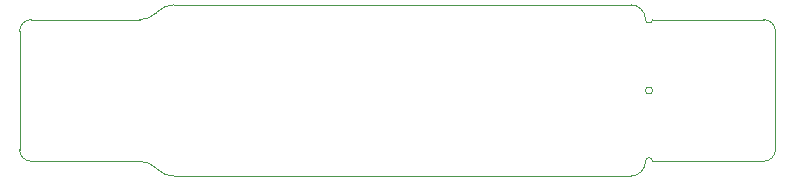
<source format=gbr>
%TF.GenerationSoftware,KiCad,Pcbnew,8.0.4*%
%TF.CreationDate,2024-10-14T21:13:47+02:00*%
%TF.ProjectId,elrs-sim,656c7273-2d73-4696-9d2e-6b696361645f,rev?*%
%TF.SameCoordinates,Original*%
%TF.FileFunction,Profile,NP*%
%FSLAX46Y46*%
G04 Gerber Fmt 4.6, Leading zero omitted, Abs format (unit mm)*
G04 Created by KiCad (PCBNEW 8.0.4) date 2024-10-14 21:13:47*
%MOMM*%
%LPD*%
G01*
G04 APERTURE LIST*
%TA.AperFunction,Profile*%
%ADD10C,0.100000*%
%TD*%
G04 APERTURE END LIST*
D10*
X164000000Y-108850000D02*
G75*
G02*
X163400000Y-108850000I-300000J0D01*
G01*
X163400000Y-108850000D02*
G75*
G02*
X164000000Y-108850000I300000J0D01*
G01*
X164000000Y-102850000D02*
X173400000Y-102850000D01*
X173400000Y-102850000D02*
G75*
G02*
X174400000Y-103850000I0J-1000000D01*
G01*
X174400000Y-103850000D02*
X174400000Y-108850000D01*
X174400000Y-113850000D02*
X174400000Y-108850000D01*
X174400000Y-113850000D02*
G75*
G02*
X173400000Y-114850000I-1000000J0D01*
G01*
X164000000Y-114850000D02*
X173400000Y-114850000D01*
X163400000Y-114850000D02*
G75*
G02*
X164000000Y-114850000I300000J0D01*
G01*
X163400000Y-114850000D02*
G75*
G02*
X162150000Y-116100000I-1250000J0D01*
G01*
X123478427Y-116100000D02*
X162150000Y-116100000D01*
X123478427Y-116100000D02*
G75*
G02*
X122064214Y-115514214I0J2000000D01*
G01*
X121985786Y-115435786D02*
X122064214Y-115514214D01*
X120571573Y-114850000D02*
G75*
G02*
X121985786Y-115435786I0J-2000000D01*
G01*
X111400000Y-114850000D02*
X120571573Y-114850000D01*
X111400000Y-114850000D02*
G75*
G02*
X110400000Y-113850000I-1J999999D01*
G01*
X110400000Y-108850000D02*
X110400000Y-113850000D01*
X110400000Y-108850000D02*
X110400000Y-103850000D01*
X110400000Y-103850000D02*
G75*
G02*
X111400000Y-102850000I999999J1D01*
G01*
X111400000Y-102850000D02*
X120571573Y-102850000D01*
X121985786Y-102264214D02*
G75*
G02*
X120571573Y-102850000I-1414213J1414214D01*
G01*
X121985786Y-102264214D02*
X122064214Y-102185786D01*
X122064214Y-102185786D02*
G75*
G02*
X123478427Y-101600000I1414213J-1414214D01*
G01*
X123478427Y-101600000D02*
X162150000Y-101600000D01*
X162150000Y-101600000D02*
G75*
G02*
X163400000Y-102850000I0J-1250000D01*
G01*
X164000000Y-102850000D02*
G75*
G02*
X163400000Y-102850000I-300000J0D01*
G01*
M02*

</source>
